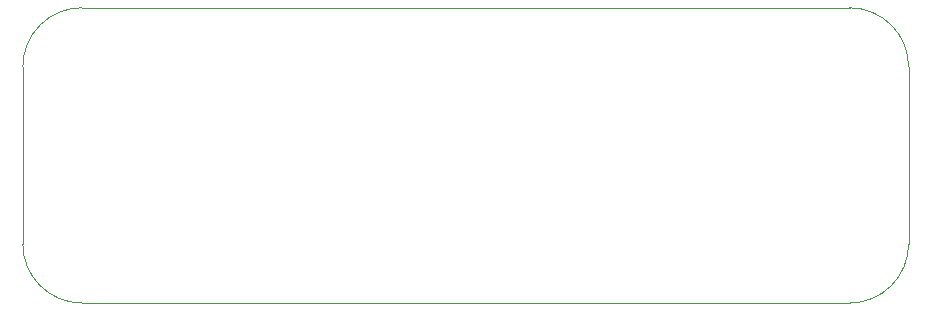
<source format=gko>
%FSLAX34Y34*%
G04 Gerber Fmt 3.4, Leading zero omitted, Abs format*
G04 (created by PCBNEW (2014-01-19 BZR 4624)-product) date 5/23/2014 12:26:44 AM*
%MOIN*%
G01*
G70*
G90*
G04 APERTURE LIST*
%ADD10C,0.005906*%
%ADD11C,0.003937*%
G04 APERTURE END LIST*
G54D10*
G54D11*
X33464Y-5905D02*
X7874Y-5905D01*
X35433Y-7874D02*
G75*
G03X33464Y-5905I-1968J0D01*
G74*
G01*
X35433Y-13779D02*
X35433Y-7874D01*
X33464Y-15748D02*
G75*
G03X35433Y-13779I0J1968D01*
G74*
G01*
X7874Y-15748D02*
X33464Y-15748D01*
X5905Y-13779D02*
G75*
G03X7874Y-15748I1968J0D01*
G74*
G01*
X5905Y-7874D02*
X5905Y-13779D01*
X7874Y-5905D02*
G75*
G03X5905Y-7874I0J-1968D01*
G74*
G01*
M02*

</source>
